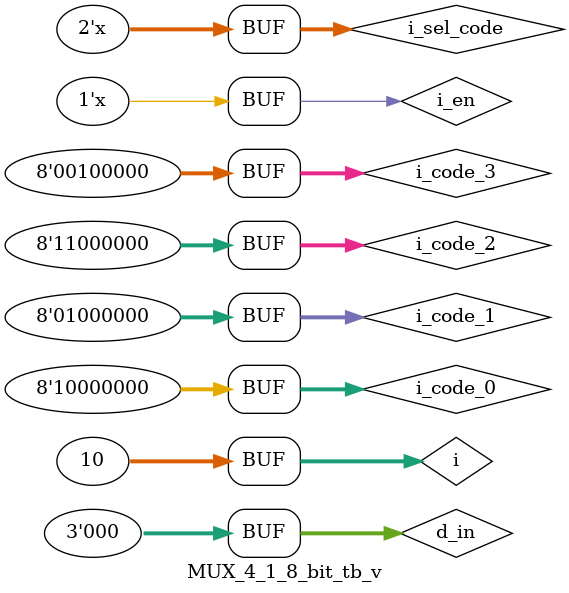
<source format=v>

`timescale 1ms/1ms

  
module MUX_4_1_8_bit_tb_v;
  
  reg        i_en;
  reg  [7:0] i_code_0;
  reg  [7:0] i_code_1;
  reg  [7:0] i_code_2;
  reg  [7:0] i_code_3;
  
  reg  [1:0] i_sel_code;
  wire [7:0] o_code;
  
  
  reg [2:0] d_in = 1'b0;
  integer i;
  
  // duv port map options:
  MUX_4_1_8_bit_v duv (.i_en(i_en), 
                                 .i_code_0(i_code_0),
                                 .i_code_1(i_code_1),
                                 .i_code_2(i_code_2),
                                 .i_code_3(i_code_3),
                                 .i_sel_code(i_sel_code),
                                 .o_code(o_code));
  // MUX_4_1_8_bit_v__cmpnt duv (.i_en(i_en), .i_code(i_code), .i_sel_code(i_sel_code), .o_f(o_f));
  
  //procedure statement
  initial begin
      
      for (i = 0 ; i < 10 ; i = i + 1) begin
        // #1000 i_sel_code[0] = d_in[0];
              // i_sel_code[1] = d_in[1];
              // i_sel_code[2] = d_in[2];
              // i_sel_code[3] = d_in[3];
              // i_en          = d_in[4];
        #1000 i_sel_code[0] = d_in[0];
              i_sel_code[1] = d_in[1];
              i_en          = d_in[2];
              
              i_code_0 = 8'b10000000;
              i_code_1 = 8'b01000000;
              i_code_2 = 8'b11000000;
              i_code_3 = 8'b00100000;
        

        // i_sel_code[0] = d_in[1]; o_code = d_in[2]; i_d = d_in[3]; o_codes = d_in[4]; i_n_cs_0 = d_in[5]; ;
        d_in = d_in + 1;
      end
          
    end

endmodule












</source>
